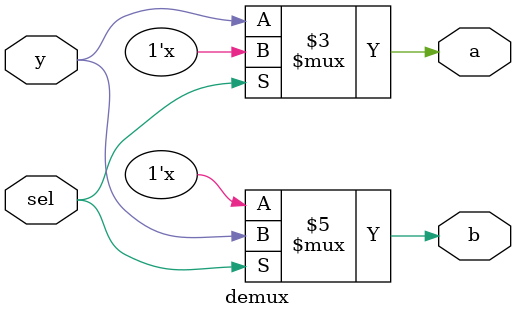
<source format=v>
module demux(a,b,sel,y);
  input sel,y;
  output reg a,b;

  always @(y or sel) 
    begin
      case(sel)
        1'b0: a=y;
        1'b1: b=y;
      endcase
    end
endmodule

</source>
